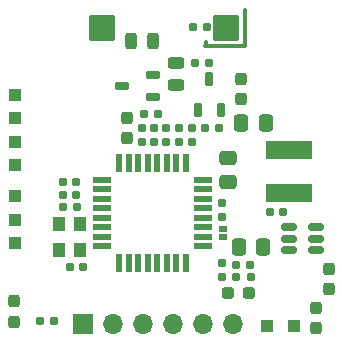
<source format=gbr>
%TF.GenerationSoftware,KiCad,Pcbnew,9.0.1*%
%TF.CreationDate,2025-04-30T15:21:50+05:30*%
%TF.ProjectId,APD_Safety_PCB,4150445f-5361-4666-9574-795f5043422e,rev?*%
%TF.SameCoordinates,Original*%
%TF.FileFunction,Soldermask,Top*%
%TF.FilePolarity,Negative*%
%FSLAX46Y46*%
G04 Gerber Fmt 4.6, Leading zero omitted, Abs format (unit mm)*
G04 Created by KiCad (PCBNEW 9.0.1) date 2025-04-30 15:21:50*
%MOMM*%
%LPD*%
G01*
G04 APERTURE LIST*
G04 Aperture macros list*
%AMRoundRect*
0 Rectangle with rounded corners*
0 $1 Rounding radius*
0 $2 $3 $4 $5 $6 $7 $8 $9 X,Y pos of 4 corners*
0 Add a 4 corners polygon primitive as box body*
4,1,4,$2,$3,$4,$5,$6,$7,$8,$9,$2,$3,0*
0 Add four circle primitives for the rounded corners*
1,1,$1+$1,$2,$3*
1,1,$1+$1,$4,$5*
1,1,$1+$1,$6,$7*
1,1,$1+$1,$8,$9*
0 Add four rect primitives between the rounded corners*
20,1,$1+$1,$2,$3,$4,$5,0*
20,1,$1+$1,$4,$5,$6,$7,0*
20,1,$1+$1,$6,$7,$8,$9,0*
20,1,$1+$1,$8,$9,$2,$3,0*%
G04 Aperture macros list end*
%ADD10R,4.000000X1.500000*%
%ADD11RoundRect,0.155000X0.212500X0.155000X-0.212500X0.155000X-0.212500X-0.155000X0.212500X-0.155000X0*%
%ADD12R,1.600000X0.550000*%
%ADD13R,0.550000X1.600000*%
%ADD14RoundRect,0.155000X0.155000X-0.212500X0.155000X0.212500X-0.155000X0.212500X-0.155000X-0.212500X0*%
%ADD15R,1.000000X1.000000*%
%ADD16RoundRect,0.237500X-0.237500X0.300000X-0.237500X-0.300000X0.237500X-0.300000X0.237500X0.300000X0*%
%ADD17RoundRect,0.237500X0.237500X-0.300000X0.237500X0.300000X-0.237500X0.300000X-0.237500X-0.300000X0*%
%ADD18RoundRect,0.250000X0.337500X0.475000X-0.337500X0.475000X-0.337500X-0.475000X0.337500X-0.475000X0*%
%ADD19RoundRect,0.150000X-0.512500X-0.150000X0.512500X-0.150000X0.512500X0.150000X-0.512500X0.150000X0*%
%ADD20RoundRect,0.243750X0.243750X0.456250X-0.243750X0.456250X-0.243750X-0.456250X0.243750X-0.456250X0*%
%ADD21RoundRect,0.237500X-0.237500X0.287500X-0.237500X-0.287500X0.237500X-0.287500X0.237500X0.287500X0*%
%ADD22RoundRect,0.162500X0.162500X-0.447500X0.162500X0.447500X-0.162500X0.447500X-0.162500X-0.447500X0*%
%ADD23RoundRect,0.155000X-0.212500X-0.155000X0.212500X-0.155000X0.212500X0.155000X-0.212500X0.155000X0*%
%ADD24RoundRect,0.250000X-0.337500X-0.475000X0.337500X-0.475000X0.337500X0.475000X-0.337500X0.475000X0*%
%ADD25RoundRect,0.160000X-0.160000X0.197500X-0.160000X-0.197500X0.160000X-0.197500X0.160000X0.197500X0*%
%ADD26RoundRect,0.243750X-0.456250X0.243750X-0.456250X-0.243750X0.456250X-0.243750X0.456250X0.243750X0*%
%ADD27RoundRect,0.160000X-0.197500X-0.160000X0.197500X-0.160000X0.197500X0.160000X-0.197500X0.160000X0*%
%ADD28RoundRect,0.160000X0.197500X0.160000X-0.197500X0.160000X-0.197500X-0.160000X0.197500X-0.160000X0*%
%ADD29RoundRect,0.102000X-1.000000X-1.000000X1.000000X-1.000000X1.000000X1.000000X-1.000000X1.000000X0*%
%ADD30RoundRect,0.102000X0.050000X0.232500X-0.050000X0.232500X-0.050000X-0.232500X0.050000X-0.232500X0*%
%ADD31RoundRect,0.102000X1.735000X-0.050000X1.735000X0.050000X-1.735000X0.050000X-1.735000X-0.050000X0*%
%ADD32RoundRect,0.102000X-0.060000X-1.580000X0.060000X-1.580000X0.060000X1.580000X-0.060000X1.580000X0*%
%ADD33RoundRect,0.237500X0.287500X0.237500X-0.287500X0.237500X-0.287500X-0.237500X0.287500X-0.237500X0*%
%ADD34RoundRect,0.162500X0.447500X0.162500X-0.447500X0.162500X-0.447500X-0.162500X0.447500X-0.162500X0*%
%ADD35RoundRect,0.237500X0.237500X-0.287500X0.237500X0.287500X-0.237500X0.287500X-0.237500X-0.287500X0*%
%ADD36R,1.000000X1.300000*%
%ADD37R,1.700000X1.700000*%
%ADD38O,1.700000X1.700000*%
%ADD39RoundRect,0.078125X0.296875X-0.171875X0.296875X0.171875X-0.296875X0.171875X-0.296875X-0.171875X0*%
%ADD40RoundRect,0.250000X-0.475000X0.337500X-0.475000X-0.337500X0.475000X-0.337500X0.475000X0.337500X0*%
G04 APERTURE END LIST*
D10*
%TO.C,L1*%
X125355000Y-116795000D03*
X125355000Y-113195000D03*
%TD*%
D11*
%TO.C,C5*%
X107327500Y-116950000D03*
X106192500Y-116950000D03*
%TD*%
D12*
%TO.C,U2*%
X109540000Y-115710000D03*
X109540000Y-116510000D03*
X109540000Y-117310000D03*
X109540000Y-118110000D03*
X109540000Y-118910000D03*
X109540000Y-119710000D03*
X109540000Y-120510000D03*
X109540000Y-121310000D03*
D13*
X110990000Y-122760000D03*
X111790000Y-122760000D03*
X112590000Y-122760000D03*
X113390000Y-122760000D03*
X114190000Y-122760000D03*
X114990000Y-122760000D03*
X115790000Y-122760000D03*
X116590000Y-122760000D03*
D12*
X118040000Y-121310000D03*
X118040000Y-120510000D03*
X118040000Y-119710000D03*
X118040000Y-118910000D03*
X118040000Y-118110000D03*
X118040000Y-117310000D03*
X118040000Y-116510000D03*
X118040000Y-115710000D03*
D13*
X116590000Y-114260000D03*
X115790000Y-114260000D03*
X114990000Y-114260000D03*
X114190000Y-114260000D03*
X113390000Y-114260000D03*
X112590000Y-114260000D03*
X111790000Y-114260000D03*
X110990000Y-114260000D03*
%TD*%
D14*
%TO.C,C6*%
X119660000Y-118830000D03*
X119660000Y-117695000D03*
%TD*%
D15*
%TO.C,TP3*%
X125800000Y-128100000D03*
%TD*%
%TO.C,TP4*%
X123500000Y-128090000D03*
%TD*%
D16*
%TO.C,C3*%
X127640000Y-126567500D03*
X127640000Y-128292500D03*
%TD*%
D17*
%TO.C,C10*%
X111640000Y-112202500D03*
X111640000Y-110477500D03*
%TD*%
D11*
%TO.C,C12*%
X107917500Y-123070000D03*
X106782500Y-123070000D03*
%TD*%
%TO.C,C7*%
X107345000Y-115930000D03*
X106210000Y-115930000D03*
%TD*%
D18*
%TO.C,C1*%
X123387500Y-110915000D03*
X121312500Y-110915000D03*
%TD*%
D19*
%TO.C,U1*%
X125362500Y-119742500D03*
X125362500Y-120692500D03*
X125362500Y-121642500D03*
X127637500Y-121642500D03*
X127637500Y-120692500D03*
X127637500Y-119742500D03*
%TD*%
D20*
%TO.C,F1*%
X113857500Y-103990000D03*
X111982500Y-103990000D03*
%TD*%
D21*
%TO.C,D4*%
X102040000Y-125997500D03*
X102040000Y-127747500D03*
%TD*%
D22*
%TO.C,Q2*%
X118610000Y-107190000D03*
X117660000Y-109810000D03*
X119560000Y-109810000D03*
%TD*%
D23*
%TO.C,C11*%
X106225000Y-117990000D03*
X107360000Y-117990000D03*
%TD*%
D15*
%TO.C,J1*%
X102130000Y-108490000D03*
X102130000Y-110490000D03*
X102130000Y-112490000D03*
X102130000Y-114490000D03*
%TD*%
D24*
%TO.C,C9*%
X121072500Y-121420000D03*
X123147500Y-121420000D03*
%TD*%
D25*
%TO.C,R11*%
X119705000Y-122752500D03*
X119705000Y-123947500D03*
%TD*%
D26*
%TO.C,F2*%
X115790000Y-105842500D03*
X115790000Y-107717500D03*
%TD*%
D25*
%TO.C,R8*%
X112900000Y-111302500D03*
X112900000Y-112497500D03*
%TD*%
D27*
%TO.C,R9*%
X117410000Y-105820000D03*
X118605000Y-105820000D03*
%TD*%
D25*
%TO.C,R4*%
X117090000Y-111292500D03*
X117090000Y-112487500D03*
%TD*%
D28*
%TO.C,R10*%
X105457500Y-127620000D03*
X104262500Y-127620000D03*
%TD*%
D29*
%TO.C,J4*%
X119970000Y-102860000D03*
X109470000Y-102860000D03*
D30*
X118280000Y-104187500D03*
D31*
X119965000Y-104370000D03*
D32*
X121640000Y-102840000D03*
%TD*%
D33*
%TO.C,D5*%
X121955000Y-125280000D03*
X120205000Y-125280000D03*
%TD*%
D27*
%TO.C,R2*%
X113032500Y-110150000D03*
X114227500Y-110150000D03*
%TD*%
D15*
%TO.C,J2*%
X102120000Y-117085000D03*
X102120000Y-119085000D03*
X102120000Y-121085000D03*
%TD*%
D34*
%TO.C,Q1*%
X111235000Y-107775000D03*
X113855000Y-108725000D03*
X113855000Y-106825000D03*
%TD*%
D25*
%TO.C,R12*%
X114930000Y-111292500D03*
X114930000Y-112487500D03*
%TD*%
%TO.C,R5*%
X116000000Y-111302500D03*
X116000000Y-112497500D03*
%TD*%
%TO.C,R13*%
X113920000Y-111302500D03*
X113920000Y-112497500D03*
%TD*%
D35*
%TO.C,D1*%
X121295000Y-108902500D03*
X121295000Y-107152500D03*
%TD*%
D36*
%TO.C,Y1*%
X107650000Y-121640000D03*
X107650000Y-119440000D03*
X105850000Y-119440000D03*
X105850000Y-121640000D03*
%TD*%
D23*
%TO.C,C4*%
X123702500Y-118455000D03*
X124837500Y-118455000D03*
%TD*%
D27*
%TO.C,R3*%
X118192500Y-111290000D03*
X119387500Y-111290000D03*
%TD*%
D37*
%TO.C,J3*%
X107920000Y-127950000D03*
D38*
X110460000Y-127950000D03*
X113000000Y-127950000D03*
X115540000Y-127950000D03*
X118080000Y-127950000D03*
X120620000Y-127950000D03*
%TD*%
D28*
%TO.C,R1*%
X118407500Y-102790000D03*
X117212500Y-102790000D03*
%TD*%
D17*
%TO.C,C2*%
X128700000Y-124992500D03*
X128700000Y-123267500D03*
%TD*%
D27*
%TO.C,R6*%
X120882500Y-122930000D03*
X122077500Y-122930000D03*
%TD*%
D39*
%TO.C,JP1*%
X119770000Y-120590000D03*
X119770000Y-119840000D03*
%TD*%
D28*
%TO.C,R7*%
X122087500Y-123970000D03*
X120892500Y-123970000D03*
%TD*%
D40*
%TO.C,C8*%
X120220000Y-113827500D03*
X120220000Y-115902500D03*
%TD*%
M02*

</source>
